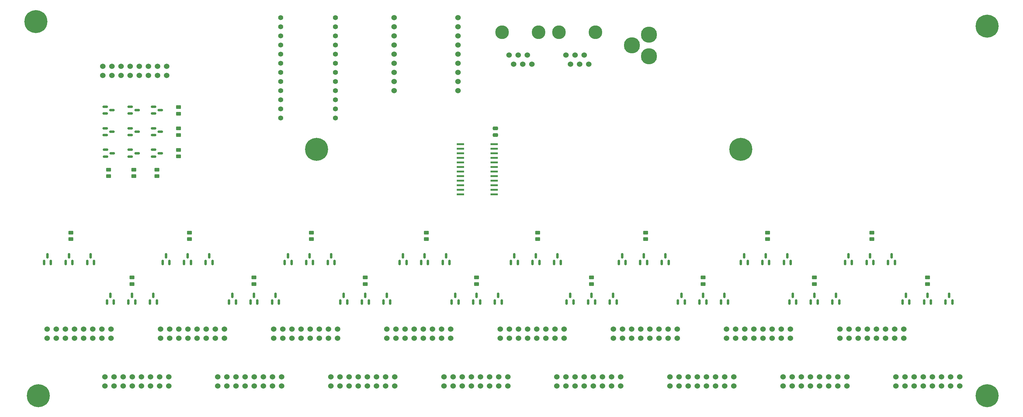
<source format=gbr>
%TF.GenerationSoftware,KiCad,Pcbnew,(6.0.7-1)-1*%
%TF.CreationDate,2023-03-16T12:26:32-07:00*%
%TF.ProjectId,adc_test_board,6164635f-7465-4737-945f-626f6172642e,rev?*%
%TF.SameCoordinates,Original*%
%TF.FileFunction,Soldermask,Top*%
%TF.FilePolarity,Negative*%
%FSLAX46Y46*%
G04 Gerber Fmt 4.6, Leading zero omitted, Abs format (unit mm)*
G04 Created by KiCad (PCBNEW (6.0.7-1)-1) date 2023-03-16 12:26:32*
%MOMM*%
%LPD*%
G01*
G04 APERTURE LIST*
G04 Aperture macros list*
%AMRoundRect*
0 Rectangle with rounded corners*
0 $1 Rounding radius*
0 $2 $3 $4 $5 $6 $7 $8 $9 X,Y pos of 4 corners*
0 Add a 4 corners polygon primitive as box body*
4,1,4,$2,$3,$4,$5,$6,$7,$8,$9,$2,$3,0*
0 Add four circle primitives for the rounded corners*
1,1,$1+$1,$2,$3*
1,1,$1+$1,$4,$5*
1,1,$1+$1,$6,$7*
1,1,$1+$1,$8,$9*
0 Add four rect primitives between the rounded corners*
20,1,$1+$1,$2,$3,$4,$5,0*
20,1,$1+$1,$4,$5,$6,$7,0*
20,1,$1+$1,$6,$7,$8,$9,0*
20,1,$1+$1,$8,$9,$2,$3,0*%
G04 Aperture macros list end*
%ADD10C,6.400000*%
%ADD11RoundRect,0.250000X0.450000X-0.262500X0.450000X0.262500X-0.450000X0.262500X-0.450000X-0.262500X0*%
%ADD12RoundRect,0.150000X0.150000X-0.587500X0.150000X0.587500X-0.150000X0.587500X-0.150000X-0.587500X0*%
%ADD13RoundRect,0.150000X-0.587500X-0.150000X0.587500X-0.150000X0.587500X0.150000X-0.587500X0.150000X0*%
%ADD14C,1.524000*%
%ADD15RoundRect,0.250000X-0.450000X0.262500X-0.450000X-0.262500X0.450000X-0.262500X0.450000X0.262500X0*%
%ADD16C,4.500000*%
%ADD17RoundRect,0.250000X-0.475000X0.250000X-0.475000X-0.250000X0.475000X-0.250000X0.475000X0.250000X0*%
%ADD18C,3.800000*%
%ADD19C,1.397000*%
%ADD20R,2.000000X0.600000*%
G04 APERTURE END LIST*
D10*
%TO.C,H6*%
X209550000Y-72390000D03*
%TD*%
%TO.C,H5*%
X13270000Y-36830000D03*
%TD*%
%TO.C,H4*%
X91440000Y-72390000D03*
%TD*%
%TO.C,H3*%
X13970000Y-140970000D03*
%TD*%
%TO.C,H2*%
X278130000Y-38100000D03*
%TD*%
%TO.C,H1*%
X278130000Y-140970000D03*
%TD*%
D11*
%TO.C,R6*%
X74000000Y-109912500D03*
X74000000Y-108087500D03*
%TD*%
D12*
%TO.C,Q15*%
X215550000Y-103937500D03*
X217450000Y-103937500D03*
X216500000Y-102062500D03*
%TD*%
%TO.C,Q21*%
X260550000Y-114937500D03*
X262450000Y-114937500D03*
X261500000Y-113062500D03*
%TD*%
%TO.C,Q20*%
X120550000Y-103937500D03*
X122450000Y-103937500D03*
X121500000Y-102062500D03*
%TD*%
%TO.C,Q11*%
X181550000Y-103937500D03*
X183450000Y-103937500D03*
X182500000Y-102062500D03*
%TD*%
%TO.C,Q51*%
X250550000Y-103937500D03*
X252450000Y-103937500D03*
X251500000Y-102062500D03*
%TD*%
%TO.C,Q8*%
X21550000Y-103937500D03*
X23450000Y-103937500D03*
X22500000Y-102062500D03*
%TD*%
D13*
%TO.C,Q6*%
X46062500Y-72550000D03*
X46062500Y-74450000D03*
X47937500Y-73500000D03*
%TD*%
D12*
%TO.C,Q47*%
X221550000Y-103937500D03*
X223450000Y-103937500D03*
X222500000Y-102062500D03*
%TD*%
D11*
%TO.C,R12*%
X122000000Y-97412500D03*
X122000000Y-95587500D03*
%TD*%
D14*
%TO.C,P13*%
X113030000Y-35760000D03*
X130810000Y-35760000D03*
X113030000Y-38300000D03*
X130810000Y-38300000D03*
X113030000Y-40840000D03*
X130810000Y-40840000D03*
X113030000Y-43380000D03*
X130810000Y-43380000D03*
X113030000Y-45920000D03*
X130810000Y-45920000D03*
X113030000Y-48460000D03*
X130810000Y-48460000D03*
X113030000Y-51000000D03*
X130810000Y-51000000D03*
X113030000Y-53540000D03*
X130810000Y-53540000D03*
X113030000Y-56080000D03*
X130810000Y-56080000D03*
%TD*%
D12*
%TO.C,Q23*%
X145550000Y-103937500D03*
X147450000Y-103937500D03*
X146500000Y-102062500D03*
%TD*%
D11*
%TO.C,R13*%
X136000000Y-109912500D03*
X136000000Y-108087500D03*
%TD*%
%TO.C,R14*%
X153000000Y-97412500D03*
X153000000Y-95587500D03*
%TD*%
D14*
%TO.C,P15*%
X205584308Y-124969400D03*
X205584308Y-122429400D03*
X208124308Y-124969400D03*
X208124308Y-122429400D03*
X210664308Y-124969400D03*
X210664308Y-122429400D03*
X213204308Y-124969400D03*
X213204308Y-122429400D03*
X215744308Y-124969400D03*
X215744308Y-122429400D03*
X218284308Y-124969400D03*
X218284308Y-122429400D03*
X220824308Y-124969400D03*
X220824308Y-122429400D03*
X223364308Y-124969400D03*
X223364308Y-122429400D03*
%TD*%
D13*
%TO.C,Q4*%
X46062500Y-60550000D03*
X46062500Y-62450000D03*
X47937500Y-61500000D03*
%TD*%
D12*
%TO.C,Q16*%
X88550000Y-103937500D03*
X90450000Y-103937500D03*
X89500000Y-102062500D03*
%TD*%
%TO.C,Q40*%
X27550000Y-103937500D03*
X29450000Y-103937500D03*
X28500000Y-102062500D03*
%TD*%
D13*
%TO.C,Q2*%
X32625000Y-72550000D03*
X32625000Y-74450000D03*
X34500000Y-73500000D03*
%TD*%
D12*
%TO.C,Q12*%
X54550000Y-103937500D03*
X56450000Y-103937500D03*
X55500000Y-102062500D03*
%TD*%
D11*
%TO.C,R19*%
X230000000Y-109912500D03*
X230000000Y-108087500D03*
%TD*%
%TO.C,R15*%
X168000000Y-109912500D03*
X168000000Y-108087500D03*
%TD*%
D12*
%TO.C,Q54*%
X141050000Y-114937500D03*
X142950000Y-114937500D03*
X142000000Y-113062500D03*
%TD*%
%TO.C,Q49*%
X235050000Y-114937500D03*
X236950000Y-114937500D03*
X236000000Y-113062500D03*
%TD*%
D11*
%TO.C,R20*%
X246000000Y-97412500D03*
X246000000Y-95587500D03*
%TD*%
D14*
%TO.C,P9*%
X63931800Y-138270000D03*
X63931800Y-135730000D03*
X66471800Y-138270000D03*
X66471800Y-135730000D03*
X69011800Y-138270000D03*
X69011800Y-135730000D03*
X71551800Y-138270000D03*
X71551800Y-135730000D03*
X74091800Y-138270000D03*
X74091800Y-135730000D03*
X76631800Y-138270000D03*
X76631800Y-135730000D03*
X79171800Y-138270000D03*
X79171800Y-135730000D03*
X81711800Y-138270000D03*
X81711800Y-135730000D03*
%TD*%
D11*
%TO.C,R17*%
X199000000Y-109912500D03*
X199000000Y-108087500D03*
%TD*%
D12*
%TO.C,Q17*%
X229050000Y-114937500D03*
X230950000Y-114937500D03*
X230000000Y-113062500D03*
%TD*%
D14*
%TO.C,P19*%
X237110000Y-124969400D03*
X237110000Y-122429400D03*
X239650000Y-124969400D03*
X239650000Y-122429400D03*
X242190000Y-124969400D03*
X242190000Y-122429400D03*
X244730000Y-124969400D03*
X244730000Y-122429400D03*
X247270000Y-124969400D03*
X247270000Y-122429400D03*
X249810000Y-124969400D03*
X249810000Y-122429400D03*
X252350000Y-124969400D03*
X252350000Y-122429400D03*
X254890000Y-124969400D03*
X254890000Y-122429400D03*
%TD*%
%TO.C,P18*%
X111007238Y-124969400D03*
X111007238Y-122429400D03*
X113547238Y-124969400D03*
X113547238Y-122429400D03*
X116087238Y-124969400D03*
X116087238Y-122429400D03*
X118627238Y-124969400D03*
X118627238Y-122429400D03*
X121167238Y-124969400D03*
X121167238Y-122429400D03*
X123707238Y-124969400D03*
X123707238Y-122429400D03*
X126247238Y-124969400D03*
X126247238Y-122429400D03*
X128787238Y-124969400D03*
X128787238Y-122429400D03*
%TD*%
D13*
%TO.C,Q55*%
X32562500Y-66550000D03*
X32562500Y-68450000D03*
X34437500Y-67500000D03*
%TD*%
D12*
%TO.C,Q31*%
X209550000Y-103937500D03*
X211450000Y-103937500D03*
X210500000Y-102062500D03*
%TD*%
D15*
%TO.C,R22*%
X53000000Y-66587500D03*
X53000000Y-68412500D03*
%TD*%
D12*
%TO.C,Q45*%
X204050000Y-114937500D03*
X205950000Y-114937500D03*
X205000000Y-113062500D03*
%TD*%
D15*
%TO.C,R1*%
X53000000Y-60675000D03*
X53000000Y-62500000D03*
%TD*%
D12*
%TO.C,Q27*%
X175550000Y-103937500D03*
X177450000Y-103937500D03*
X176500000Y-102062500D03*
%TD*%
D13*
%TO.C,Q57*%
X46062500Y-66550000D03*
X46062500Y-68450000D03*
X47937500Y-67500000D03*
%TD*%
D16*
%TO.C,CON1*%
X183937500Y-46500000D03*
X183937500Y-40500000D03*
X179237500Y-43500000D03*
%TD*%
D12*
%TO.C,Q34*%
X98050000Y-114937500D03*
X99950000Y-114937500D03*
X99000000Y-113062500D03*
%TD*%
D11*
%TO.C,R3*%
X40000000Y-109912500D03*
X40000000Y-108087500D03*
%TD*%
D12*
%TO.C,Q39*%
X157550000Y-103937500D03*
X159450000Y-103937500D03*
X158500000Y-102062500D03*
%TD*%
%TO.C,Q33*%
X223050000Y-114937500D03*
X224950000Y-114937500D03*
X224000000Y-113062500D03*
%TD*%
%TO.C,Q19*%
X244550000Y-103937500D03*
X246450000Y-103937500D03*
X245500000Y-102062500D03*
%TD*%
%TO.C,Q36*%
X114550000Y-103937500D03*
X116450000Y-103937500D03*
X115500000Y-102062500D03*
%TD*%
D14*
%TO.C,P16*%
X95402400Y-138270000D03*
X95402400Y-135730000D03*
X97942400Y-138270000D03*
X97942400Y-135730000D03*
X100482400Y-138270000D03*
X100482400Y-135730000D03*
X103022400Y-138270000D03*
X103022400Y-135730000D03*
X105562400Y-138270000D03*
X105562400Y-135730000D03*
X108102400Y-138270000D03*
X108102400Y-135730000D03*
X110642400Y-138270000D03*
X110642400Y-135730000D03*
X113182400Y-138270000D03*
X113182400Y-135730000D03*
%TD*%
D17*
%TO.C,C1*%
X141200000Y-66550000D03*
X141200000Y-68450000D03*
%TD*%
D14*
%TO.C,P21*%
X252755400Y-138270000D03*
X252755400Y-135730000D03*
X255295400Y-138270000D03*
X255295400Y-135730000D03*
X257835400Y-138270000D03*
X257835400Y-135730000D03*
X260375400Y-138270000D03*
X260375400Y-135730000D03*
X262915400Y-138270000D03*
X262915400Y-135730000D03*
X265455400Y-138270000D03*
X265455400Y-135730000D03*
X267995400Y-138270000D03*
X267995400Y-135730000D03*
X270535400Y-138270000D03*
X270535400Y-135730000D03*
%TD*%
D12*
%TO.C,Q22*%
X135050000Y-114937500D03*
X136950000Y-114937500D03*
X136000000Y-113062500D03*
%TD*%
%TO.C,Q43*%
X187550000Y-103937500D03*
X189450000Y-103937500D03*
X188500000Y-102062500D03*
%TD*%
D13*
%TO.C,Q1*%
X32562500Y-60550000D03*
X32562500Y-62450000D03*
X34437500Y-61500000D03*
%TD*%
D11*
%TO.C,R11*%
X105000000Y-109912500D03*
X105000000Y-108087500D03*
%TD*%
D12*
%TO.C,Q13*%
X198050000Y-114937500D03*
X199950000Y-114937500D03*
X199000000Y-113062500D03*
%TD*%
%TO.C,Q44*%
X60550000Y-103937500D03*
X62450000Y-103937500D03*
X61500000Y-102062500D03*
%TD*%
%TO.C,Q37*%
X254550000Y-114937500D03*
X256450000Y-114937500D03*
X255500000Y-113062500D03*
%TD*%
D11*
%TO.C,R9*%
X47000000Y-79912500D03*
X47000000Y-78087500D03*
%TD*%
D14*
%TO.C,P12*%
X167200000Y-48719200D03*
X165910000Y-46179200D03*
X164660000Y-48719200D03*
X163370000Y-46179200D03*
X162120000Y-48719200D03*
X160830000Y-46179200D03*
D18*
X158920000Y-39829200D03*
X169080000Y-39829200D03*
%TD*%
D19*
%TO.C,P6*%
X81407000Y-35803200D03*
X96647000Y-35803200D03*
X81407000Y-38343200D03*
X96647000Y-38343200D03*
X81407000Y-40883200D03*
X96647000Y-40883200D03*
X81407000Y-43423200D03*
X96647000Y-43423200D03*
X81407000Y-45963200D03*
X96647000Y-45963200D03*
X81407000Y-48503200D03*
X96647000Y-48503200D03*
X81407000Y-51043200D03*
X96647000Y-51043200D03*
X81407000Y-53583200D03*
X96647000Y-53583200D03*
X81407000Y-56123200D03*
X96647000Y-56123200D03*
X81407000Y-58663200D03*
X96647000Y-58663200D03*
X81407000Y-61203200D03*
X96647000Y-61203200D03*
X81407000Y-63743200D03*
X96647000Y-63743200D03*
%TD*%
D12*
%TO.C,Q46*%
X79050000Y-114937500D03*
X80950000Y-114937500D03*
X80000000Y-113062500D03*
%TD*%
D14*
%TO.C,P7*%
X47955858Y-124969400D03*
X47955858Y-122429400D03*
X50495858Y-124969400D03*
X50495858Y-122429400D03*
X53035858Y-124969400D03*
X53035858Y-122429400D03*
X55575858Y-124969400D03*
X55575858Y-122429400D03*
X58115858Y-124969400D03*
X58115858Y-122429400D03*
X60655858Y-124969400D03*
X60655858Y-122429400D03*
X63195858Y-124969400D03*
X63195858Y-122429400D03*
X65735858Y-124969400D03*
X65735858Y-122429400D03*
%TD*%
D11*
%TO.C,R4*%
X56000000Y-97412500D03*
X56000000Y-95587500D03*
%TD*%
%TO.C,R16*%
X183000000Y-97412500D03*
X183000000Y-95587500D03*
%TD*%
D12*
%TO.C,Q32*%
X82550000Y-103937500D03*
X84450000Y-103937500D03*
X83500000Y-102062500D03*
%TD*%
%TO.C,Q7*%
X151550000Y-103937500D03*
X153450000Y-103937500D03*
X152500000Y-102062500D03*
%TD*%
%TO.C,Q28*%
X48550000Y-103937500D03*
X50450000Y-103937500D03*
X49500000Y-102062500D03*
%TD*%
D13*
%TO.C,Q56*%
X39562500Y-66550000D03*
X39562500Y-68450000D03*
X41437500Y-67500000D03*
%TD*%
D11*
%TO.C,R10*%
X90000000Y-97412500D03*
X90000000Y-95587500D03*
%TD*%
%TO.C,R18*%
X217000000Y-97412500D03*
X217000000Y-95587500D03*
%TD*%
D14*
%TO.C,P20*%
X126873000Y-138270000D03*
X126873000Y-135730000D03*
X129413000Y-138270000D03*
X129413000Y-135730000D03*
X131953000Y-138270000D03*
X131953000Y-135730000D03*
X134493000Y-138270000D03*
X134493000Y-135730000D03*
X137033000Y-138270000D03*
X137033000Y-135730000D03*
X139573000Y-138270000D03*
X139573000Y-135730000D03*
X142113000Y-138270000D03*
X142113000Y-135730000D03*
X144653000Y-138270000D03*
X144653000Y-135730000D03*
%TD*%
%TO.C,P10*%
X189814200Y-138270000D03*
X189814200Y-135730000D03*
X192354200Y-138270000D03*
X192354200Y-135730000D03*
X194894200Y-138270000D03*
X194894200Y-135730000D03*
X197434200Y-138270000D03*
X197434200Y-135730000D03*
X199974200Y-138270000D03*
X199974200Y-135730000D03*
X202514200Y-138270000D03*
X202514200Y-135730000D03*
X205054200Y-138270000D03*
X205054200Y-135730000D03*
X207594200Y-138270000D03*
X207594200Y-135730000D03*
%TD*%
D12*
%TO.C,Q30*%
X67050000Y-114937500D03*
X68950000Y-114937500D03*
X68000000Y-113062500D03*
%TD*%
%TO.C,Q41*%
X173050000Y-114937500D03*
X174950000Y-114937500D03*
X174000000Y-113062500D03*
%TD*%
%TO.C,Q26*%
X33050000Y-114937500D03*
X34950000Y-114937500D03*
X34000000Y-113062500D03*
%TD*%
D13*
%TO.C,Q3*%
X39562500Y-60550000D03*
X39562500Y-62450000D03*
X41437500Y-61500000D03*
%TD*%
D14*
%TO.C,P14*%
X79481548Y-124969400D03*
X79481548Y-122429400D03*
X82021548Y-124969400D03*
X82021548Y-122429400D03*
X84561548Y-124969400D03*
X84561548Y-122429400D03*
X87101548Y-124969400D03*
X87101548Y-122429400D03*
X89641548Y-124969400D03*
X89641548Y-122429400D03*
X92181548Y-124969400D03*
X92181548Y-122429400D03*
X94721548Y-124969400D03*
X94721548Y-122429400D03*
X97261548Y-124969400D03*
X97261548Y-122429400D03*
%TD*%
%TO.C,P8*%
X174058618Y-124969400D03*
X174058618Y-122429400D03*
X176598618Y-124969400D03*
X176598618Y-122429400D03*
X179138618Y-124969400D03*
X179138618Y-122429400D03*
X181678618Y-124969400D03*
X181678618Y-122429400D03*
X184218618Y-124969400D03*
X184218618Y-122429400D03*
X186758618Y-124969400D03*
X186758618Y-122429400D03*
X189298618Y-124969400D03*
X189298618Y-122429400D03*
X191838618Y-124969400D03*
X191838618Y-122429400D03*
%TD*%
D12*
%TO.C,Q53*%
X266550000Y-114937500D03*
X268450000Y-114937500D03*
X267500000Y-113062500D03*
%TD*%
%TO.C,Q9*%
X167050000Y-114937500D03*
X168950000Y-114937500D03*
X168000000Y-113062500D03*
%TD*%
%TO.C,Q25*%
X161050000Y-114937500D03*
X162950000Y-114937500D03*
X162000000Y-113062500D03*
%TD*%
%TO.C,Q35*%
X238550000Y-103937500D03*
X240450000Y-103937500D03*
X239500000Y-102062500D03*
%TD*%
D11*
%TO.C,R7*%
X33500000Y-79912500D03*
X33500000Y-78087500D03*
%TD*%
D15*
%TO.C,R5*%
X53000000Y-72587500D03*
X53000000Y-74412500D03*
%TD*%
D13*
%TO.C,Q5*%
X39562500Y-72550000D03*
X39562500Y-74450000D03*
X41437500Y-73500000D03*
%TD*%
D12*
%TO.C,Q29*%
X192050000Y-114937500D03*
X193950000Y-114937500D03*
X193000000Y-113062500D03*
%TD*%
%TO.C,Q10*%
X39050000Y-114937500D03*
X40950000Y-114937500D03*
X40000000Y-113062500D03*
%TD*%
%TO.C,Q42*%
X45050000Y-114937500D03*
X46950000Y-114937500D03*
X46000000Y-113062500D03*
%TD*%
%TO.C,Q24*%
X15550000Y-103937500D03*
X17450000Y-103937500D03*
X16500000Y-102062500D03*
%TD*%
%TO.C,Q50*%
X110050000Y-114937500D03*
X111950000Y-114937500D03*
X111000000Y-113062500D03*
%TD*%
D14*
%TO.C,P1*%
X31904768Y-51830600D03*
X31904768Y-49290600D03*
X34444768Y-51830600D03*
X34444768Y-49290600D03*
X36984768Y-51830600D03*
X36984768Y-49290600D03*
X39524768Y-51830600D03*
X39524768Y-49290600D03*
X42064768Y-51830600D03*
X42064768Y-49290600D03*
X44604768Y-51830600D03*
X44604768Y-49290600D03*
X47144768Y-51830600D03*
X47144768Y-49290600D03*
X49684768Y-51830600D03*
X49684768Y-49290600D03*
%TD*%
D11*
%TO.C,R8*%
X40500000Y-79912500D03*
X40500000Y-78087500D03*
%TD*%
%TO.C,R2*%
X23000000Y-97412500D03*
X23000000Y-95587500D03*
%TD*%
D14*
%TO.C,P17*%
X221284800Y-138270000D03*
X221284800Y-135730000D03*
X223824800Y-138270000D03*
X223824800Y-135730000D03*
X226364800Y-138270000D03*
X226364800Y-135730000D03*
X228904800Y-138270000D03*
X228904800Y-135730000D03*
X231444800Y-138270000D03*
X231444800Y-135730000D03*
X233984800Y-138270000D03*
X233984800Y-135730000D03*
X236524800Y-138270000D03*
X236524800Y-135730000D03*
X239064800Y-138270000D03*
X239064800Y-135730000D03*
%TD*%
D20*
%TO.C,U1*%
X131500000Y-70960000D03*
X131500000Y-72230000D03*
X131500000Y-73500000D03*
X131500000Y-74770000D03*
X131500000Y-76040000D03*
X131500000Y-77310000D03*
X131500000Y-78580000D03*
X131500000Y-79850000D03*
X131500000Y-81120000D03*
X131500000Y-82390000D03*
X131500000Y-83660000D03*
X131500000Y-84930000D03*
X140900000Y-84930000D03*
X140900000Y-83660000D03*
X140900000Y-82390000D03*
X140900000Y-81120000D03*
X140900000Y-79850000D03*
X140900000Y-78580000D03*
X140900000Y-77310000D03*
X140900000Y-76040000D03*
X140900000Y-74770000D03*
X140900000Y-73500000D03*
X140900000Y-72230000D03*
X140900000Y-70960000D03*
%TD*%
D12*
%TO.C,Q48*%
X94550000Y-103937500D03*
X96450000Y-103937500D03*
X95500000Y-102062500D03*
%TD*%
D11*
%TO.C,R21*%
X261500000Y-109912500D03*
X261500000Y-108087500D03*
%TD*%
D14*
%TO.C,P11*%
X151386500Y-48719200D03*
X150096500Y-46179200D03*
X148846500Y-48719200D03*
X147556500Y-46179200D03*
X146306500Y-48719200D03*
X145016500Y-46179200D03*
D18*
X143106500Y-39829200D03*
X153266500Y-39829200D03*
%TD*%
D14*
%TO.C,P4*%
X32461200Y-138270000D03*
X32461200Y-135730000D03*
X35001200Y-138270000D03*
X35001200Y-135730000D03*
X37541200Y-138270000D03*
X37541200Y-135730000D03*
X40081200Y-138270000D03*
X40081200Y-135730000D03*
X42621200Y-138270000D03*
X42621200Y-135730000D03*
X45161200Y-138270000D03*
X45161200Y-135730000D03*
X47701200Y-138270000D03*
X47701200Y-135730000D03*
X50241200Y-138270000D03*
X50241200Y-135730000D03*
%TD*%
D12*
%TO.C,Q14*%
X73050000Y-114937500D03*
X74950000Y-114937500D03*
X74000000Y-113062500D03*
%TD*%
D14*
%TO.C,P3*%
X142532928Y-124969400D03*
X142532928Y-122429400D03*
X145072928Y-124969400D03*
X145072928Y-122429400D03*
X147612928Y-124969400D03*
X147612928Y-122429400D03*
X150152928Y-124969400D03*
X150152928Y-122429400D03*
X152692928Y-124969400D03*
X152692928Y-122429400D03*
X155232928Y-124969400D03*
X155232928Y-122429400D03*
X157772928Y-124969400D03*
X157772928Y-122429400D03*
X160312928Y-124969400D03*
X160312928Y-122429400D03*
%TD*%
D12*
%TO.C,Q52*%
X126550000Y-103937500D03*
X128450000Y-103937500D03*
X127500000Y-102062500D03*
%TD*%
%TO.C,Q38*%
X129050000Y-114937500D03*
X130950000Y-114937500D03*
X130000000Y-113062500D03*
%TD*%
%TO.C,Q18*%
X104050000Y-114937500D03*
X105950000Y-114937500D03*
X105000000Y-113062500D03*
%TD*%
D14*
%TO.C,P2*%
X16430168Y-124969400D03*
X16430168Y-122429400D03*
X18970168Y-124969400D03*
X18970168Y-122429400D03*
X21510168Y-124969400D03*
X21510168Y-122429400D03*
X24050168Y-124969400D03*
X24050168Y-122429400D03*
X26590168Y-124969400D03*
X26590168Y-122429400D03*
X29130168Y-124969400D03*
X29130168Y-122429400D03*
X31670168Y-124969400D03*
X31670168Y-122429400D03*
X34210168Y-124969400D03*
X34210168Y-122429400D03*
%TD*%
%TO.C,P5*%
X158343600Y-138270000D03*
X158343600Y-135730000D03*
X160883600Y-138270000D03*
X160883600Y-135730000D03*
X163423600Y-138270000D03*
X163423600Y-135730000D03*
X165963600Y-138270000D03*
X165963600Y-135730000D03*
X168503600Y-138270000D03*
X168503600Y-135730000D03*
X171043600Y-138270000D03*
X171043600Y-135730000D03*
X173583600Y-138270000D03*
X173583600Y-135730000D03*
X176123600Y-138270000D03*
X176123600Y-135730000D03*
%TD*%
M02*

</source>
